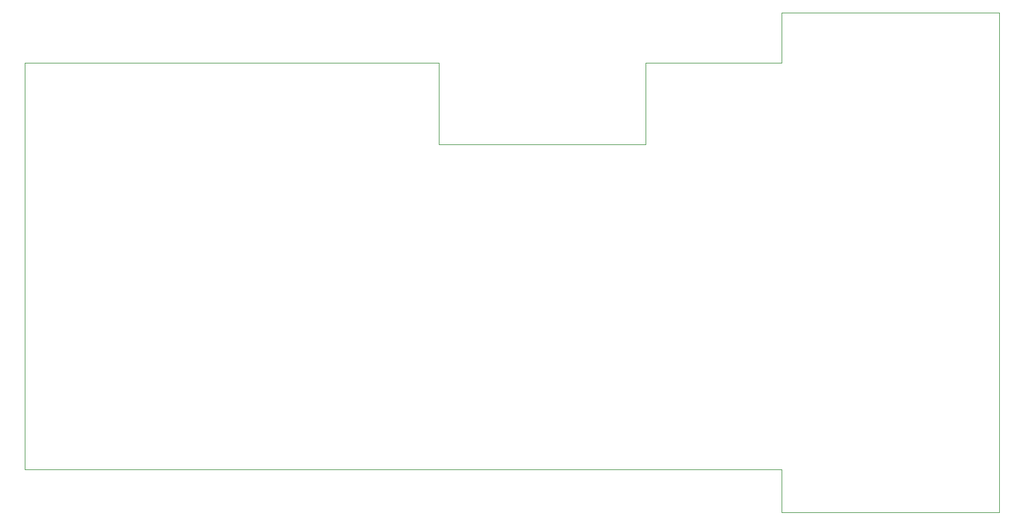
<source format=gbr>
%TF.GenerationSoftware,KiCad,Pcbnew,(6.0.0-0)*%
%TF.CreationDate,2022-12-05T15:29:04-05:00*%
%TF.ProjectId,Dome_Controller_V2,446f6d65-5f43-46f6-9e74-726f6c6c6572,2.0*%
%TF.SameCoordinates,Original*%
%TF.FileFunction,Profile,NP*%
%FSLAX46Y46*%
G04 Gerber Fmt 4.6, Leading zero omitted, Abs format (unit mm)*
G04 Created by KiCad (PCBNEW (6.0.0-0)) date 2022-12-05 15:29:04*
%MOMM*%
%LPD*%
G01*
G04 APERTURE LIST*
%TA.AperFunction,Profile*%
%ADD10C,0.100000*%
%TD*%
G04 APERTURE END LIST*
D10*
X103000000Y-53000000D02*
X103000000Y-64500000D01*
X151000000Y-46000000D02*
X181500000Y-46000000D01*
X181500000Y-46000000D02*
X181500000Y-116000000D01*
X132000000Y-53000000D02*
X151000000Y-53000000D01*
X151000000Y-116000000D02*
X181500000Y-116000000D01*
X151000000Y-110000000D02*
X45000000Y-110000000D01*
X45000000Y-53000000D02*
X103000000Y-53000000D01*
X45000000Y-110000000D02*
X45000000Y-53000000D01*
X151000000Y-46000000D02*
X151000000Y-53000000D01*
X103000000Y-64500000D02*
X132000000Y-64500000D01*
X151000000Y-110000000D02*
X151000000Y-116000000D01*
X132000000Y-64500000D02*
X132000000Y-53000000D01*
M02*

</source>
